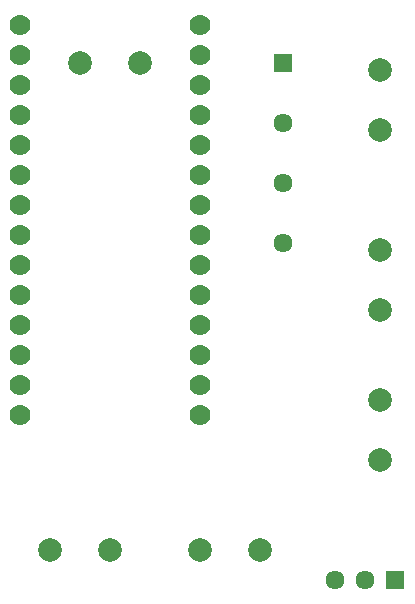
<source format=gbs>
G75*
%MOIN*%
%OFA0B0*%
%FSLAX25Y25*%
%IPPOS*%
%LPD*%
%AMOC8*
5,1,8,0,0,1.08239X$1,22.5*
%
%ADD10R,0.06350X0.06350*%
%ADD11C,0.06350*%
%ADD12C,0.07924*%
%ADD13C,0.07000*%
D10*
X0136000Y0011000D03*
X0098500Y0183500D03*
D11*
X0098500Y0163500D03*
X0098500Y0143500D03*
X0098500Y0123500D03*
X0116000Y0011000D03*
X0126000Y0011000D03*
D12*
X0021000Y0021000D03*
X0041000Y0021000D03*
X0071000Y0021000D03*
X0091000Y0021000D03*
X0131000Y0051000D03*
X0131000Y0071000D03*
X0131000Y0101000D03*
X0131000Y0121000D03*
X0131000Y0161000D03*
X0131000Y0181000D03*
X0051000Y0183500D03*
X0031000Y0183500D03*
D13*
X0011000Y0186000D03*
X0011000Y0176000D03*
X0011000Y0166000D03*
X0011000Y0156000D03*
X0011000Y0146000D03*
X0011000Y0136000D03*
X0011000Y0126000D03*
X0011000Y0116000D03*
X0011000Y0106000D03*
X0011000Y0096000D03*
X0011000Y0086000D03*
X0011000Y0076000D03*
X0011000Y0066000D03*
X0071000Y0066000D03*
X0071000Y0076000D03*
X0071000Y0086000D03*
X0071000Y0096000D03*
X0071000Y0106000D03*
X0071000Y0116000D03*
X0071000Y0126000D03*
X0071000Y0136000D03*
X0071000Y0146000D03*
X0071000Y0156000D03*
X0071000Y0166000D03*
X0071000Y0176000D03*
X0071000Y0186000D03*
X0071000Y0196000D03*
X0011000Y0196000D03*
M02*

</source>
